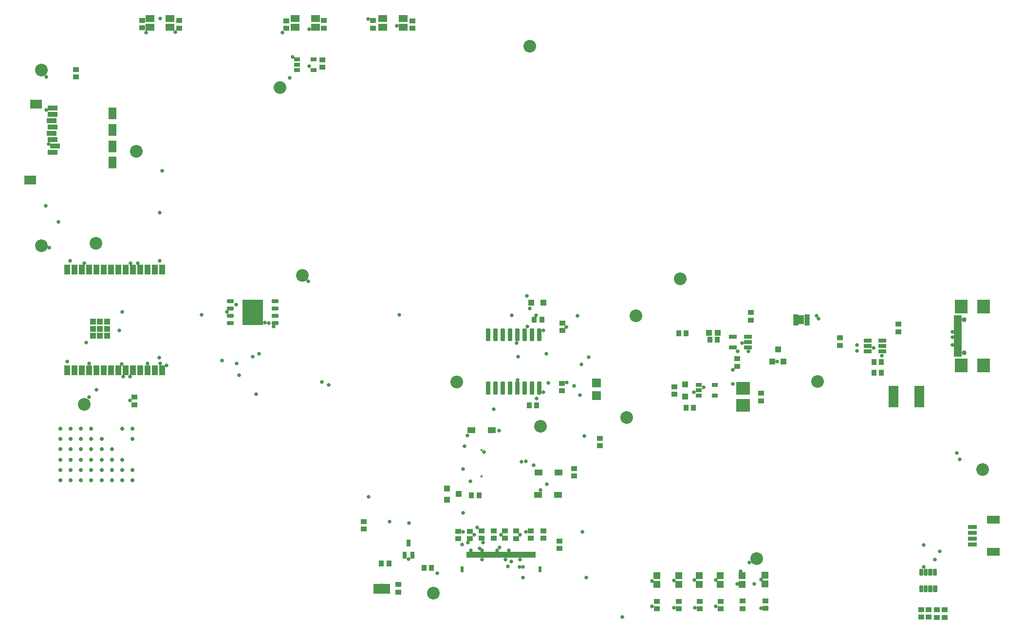
<source format=gbr>
G04 EAGLE Gerber RS-274X export*
G75*
%MOMM*%
%FSLAX34Y34*%
%LPD*%
%INSoldermask Top*%
%IPPOS*%
%AMOC8*
5,1,8,0,0,1.08239X$1,22.5*%
G01*
G04 Define Apertures*
%ADD10R,1.603200X1.253200*%
%ADD11R,1.103200X0.903200*%
%ADD12R,1.603200X1.603200*%
%ADD13R,0.903200X1.103200*%
%ADD14R,2.403200X2.203200*%
%ADD15R,1.003200X1.003200*%
%ADD16R,1.403200X0.803200*%
%ADD17R,1.143200X1.173200*%
%ADD18R,1.103200X1.003200*%
%ADD19R,1.353200X1.003200*%
%ADD20R,1.003200X1.103200*%
%ADD21R,1.103200X0.803200*%
%ADD22R,0.503200X1.003200*%
%ADD23R,0.603200X1.003200*%
%ADD24R,1.353200X0.503200*%
%ADD25R,2.203200X2.383200*%
%ADD26C,0.853200*%
%ADD27R,2.203200X1.403200*%
%ADD28R,1.553200X0.803200*%
%ADD29R,1.403200X2.003200*%
%ADD30R,2.103200X1.603200*%
%ADD31R,1.703200X0.903200*%
%ADD32R,0.330200X0.330200*%
%ADD33R,1.403200X0.753200*%
%ADD34R,1.703200X3.803200*%
%ADD35R,0.703200X1.253200*%
%ADD36C,0.330503*%
%ADD37R,0.152400X1.828800*%
%ADD38R,1.371600X1.803400*%
%ADD39C,2.203200*%
%ADD40C,0.315166*%
%ADD41R,3.603200X4.503200*%
%ADD42R,1.103200X1.703200*%
%ADD43C,0.349006*%
%ADD44C,0.269722*%
%ADD45R,1.103200X1.503200*%
%ADD46C,0.655600*%
%ADD47C,0.705600*%
D10*
X507800Y988988D03*
X472800Y988988D03*
X472800Y973988D03*
X507800Y973988D03*
D11*
X1574200Y-52700D03*
X1574200Y-39700D03*
X608100Y972500D03*
X608100Y985500D03*
D12*
X996800Y355300D03*
X996800Y333300D03*
D13*
X1139200Y441500D03*
X1152200Y441500D03*
X1152400Y311900D03*
X1165400Y311900D03*
D11*
X1282800Y323800D03*
X1282800Y336800D03*
X1561000Y-52700D03*
X1561000Y-39700D03*
X1265000Y464300D03*
X1265000Y477300D03*
D14*
X1251000Y315600D03*
X1251000Y345600D03*
D11*
X957900Y205900D03*
X957900Y192900D03*
D13*
X1479200Y391200D03*
X1492200Y391200D03*
D11*
X206900Y972600D03*
X206900Y985600D03*
D13*
X1478800Y372700D03*
X1491800Y372700D03*
D11*
X457200Y984822D03*
X457200Y971822D03*
X1002800Y258800D03*
X1002800Y245800D03*
X936800Y341300D03*
X936800Y354300D03*
X91600Y887100D03*
X91600Y900100D03*
D15*
X1207300Y442100D03*
X1192300Y442100D03*
D11*
X520000Y917300D03*
X520000Y904300D03*
D16*
X1468500Y429000D03*
X1468500Y419500D03*
X1468500Y410000D03*
X1493500Y410000D03*
X1493500Y419500D03*
X1493500Y429000D03*
D17*
X1174800Y4700D03*
X1174800Y19700D03*
X1139800Y4500D03*
X1139800Y19500D03*
X1101300Y4300D03*
X1101300Y19300D03*
D18*
X1150700Y331300D03*
X1150700Y352300D03*
D19*
X779300Y272600D03*
X814300Y272600D03*
X895700Y199100D03*
X930700Y199100D03*
X895000Y160400D03*
X930000Y160400D03*
D17*
X1249300Y4300D03*
X1249300Y19300D03*
D20*
X883200Y494700D03*
X904200Y494700D03*
D17*
X1289800Y5100D03*
X1289800Y20100D03*
X1211800Y4400D03*
X1211800Y19400D03*
D11*
X932200Y80100D03*
X932200Y67100D03*
X796800Y84700D03*
X796800Y97700D03*
X776600Y84000D03*
X776600Y97000D03*
X756400Y84000D03*
X756400Y97000D03*
X591800Y101000D03*
X591800Y114000D03*
X904200Y84800D03*
X904200Y97800D03*
X882300Y84500D03*
X882300Y97500D03*
X856800Y84200D03*
X856800Y97200D03*
X837500Y84500D03*
X837500Y97500D03*
X818000Y84600D03*
X818000Y97600D03*
D21*
X476200Y918300D03*
X476200Y908800D03*
X476200Y899300D03*
X504200Y899300D03*
X504200Y918300D03*
X1174500Y351900D03*
X1174500Y342400D03*
X1174500Y332900D03*
X1202500Y332900D03*
X1202500Y351900D03*
D22*
X888100Y55900D03*
X883100Y55900D03*
X878100Y55900D03*
X873100Y55900D03*
X868100Y55900D03*
X863100Y55900D03*
X858100Y55900D03*
X853100Y55900D03*
X848100Y55900D03*
X843100Y55900D03*
X838100Y55900D03*
X833100Y55900D03*
X828100Y55900D03*
X823100Y55900D03*
X818100Y55900D03*
X813100Y55900D03*
X808100Y55900D03*
X803100Y55900D03*
X798100Y55900D03*
X793100Y55900D03*
X788100Y55900D03*
X783100Y55900D03*
X778100Y55900D03*
X773100Y55900D03*
D23*
X898100Y30900D03*
X763100Y30900D03*
D24*
X1624890Y402900D03*
X1624890Y410900D03*
X1624890Y423900D03*
X1624890Y433900D03*
X1624890Y438900D03*
X1624890Y448900D03*
X1624890Y461900D03*
X1624890Y469900D03*
X1624890Y466900D03*
X1624890Y458900D03*
X1624890Y453900D03*
X1624890Y443900D03*
X1624890Y428900D03*
X1624890Y418900D03*
X1624890Y413900D03*
X1624890Y405900D03*
D25*
X1669940Y385300D03*
X1669940Y487500D03*
X1630640Y385300D03*
X1630640Y487500D03*
D26*
X1635640Y407500D03*
X1635640Y465300D03*
D27*
X1686500Y61200D03*
X1686500Y117200D03*
D28*
X1649750Y74200D03*
X1649750Y84200D03*
X1649750Y94200D03*
X1649750Y104200D03*
D29*
X154762Y738300D03*
X154762Y795300D03*
D30*
X12262Y708300D03*
X22262Y839800D03*
D31*
X50762Y756300D03*
X54762Y767300D03*
X50762Y778300D03*
X48762Y789300D03*
X50762Y800300D03*
X48762Y811300D03*
X50762Y822300D03*
X50762Y833300D03*
D29*
X154762Y766800D03*
X154762Y823800D03*
D32*
X797100Y238060D03*
X797100Y192340D03*
D33*
X1259601Y416700D03*
X1259601Y426200D03*
X1259601Y435700D03*
X1233599Y435700D03*
X1233599Y416700D03*
D34*
X1557600Y331500D03*
X1512600Y331500D03*
D20*
X1302500Y392500D03*
X1321500Y392500D03*
X1312000Y413500D03*
D18*
X736300Y171000D03*
X736300Y152000D03*
X757300Y161500D03*
D35*
X663300Y55300D03*
X676300Y55300D03*
X669800Y76300D03*
D11*
X193000Y317200D03*
X193000Y330200D03*
X1290700Y-37400D03*
X1290700Y-24400D03*
D13*
X1193900Y430000D03*
X1206900Y430000D03*
D11*
X1601700Y-52800D03*
X1601700Y-39800D03*
X936900Y446100D03*
X936900Y459100D03*
X1132100Y335500D03*
X1132100Y348500D03*
X651900Y-8800D03*
X651900Y4200D03*
D13*
X892300Y316000D03*
X879300Y316000D03*
D11*
X1521600Y444100D03*
X1521600Y457100D03*
X1419700Y433400D03*
X1419700Y420400D03*
X1241000Y384000D03*
X1241000Y397000D03*
X1588000Y-52800D03*
X1588000Y-39800D03*
D13*
X696900Y33300D03*
X709900Y33300D03*
X622500Y40800D03*
X635500Y40800D03*
D11*
X1212200Y-37800D03*
X1212200Y-24800D03*
X1176200Y-38100D03*
X1176200Y-25100D03*
X1139900Y-38100D03*
X1139900Y-25100D03*
X1101400Y-37900D03*
X1101400Y-24900D03*
X1250400Y-37700D03*
X1250400Y-24700D03*
D10*
X255100Y988988D03*
X220100Y988988D03*
X220100Y973988D03*
X255100Y973988D03*
D11*
X522600Y972400D03*
X522600Y985400D03*
D13*
X888500Y464600D03*
X901500Y464600D03*
D11*
X676100Y972200D03*
X676100Y985200D03*
D13*
X779300Y159500D03*
X792300Y159500D03*
D11*
X270500Y972400D03*
X270500Y985400D03*
D36*
X1562864Y30224D02*
X1562864Y21336D01*
X1559136Y21336D01*
X1559136Y30224D01*
X1562864Y30224D01*
X1562864Y24476D02*
X1559136Y24476D01*
X1559136Y27616D02*
X1562864Y27616D01*
X1570864Y30224D02*
X1570864Y21336D01*
X1567136Y21336D01*
X1567136Y30224D01*
X1570864Y30224D01*
X1570864Y24476D02*
X1567136Y24476D01*
X1567136Y27616D02*
X1570864Y27616D01*
X1578864Y30224D02*
X1578864Y21336D01*
X1575136Y21336D01*
X1575136Y30224D01*
X1578864Y30224D01*
X1578864Y24476D02*
X1575136Y24476D01*
X1575136Y27616D02*
X1578864Y27616D01*
X1586864Y30224D02*
X1586864Y21336D01*
X1583136Y21336D01*
X1583136Y30224D01*
X1586864Y30224D01*
X1586864Y24476D02*
X1583136Y24476D01*
X1583136Y27616D02*
X1586864Y27616D01*
X1587064Y1064D02*
X1587064Y-7824D01*
X1583336Y-7824D01*
X1583336Y1064D01*
X1587064Y1064D01*
X1587064Y-4684D02*
X1583336Y-4684D01*
X1583336Y-1544D02*
X1587064Y-1544D01*
X1578864Y1064D02*
X1578864Y-7824D01*
X1575136Y-7824D01*
X1575136Y1064D01*
X1578864Y1064D01*
X1578864Y-4684D02*
X1575136Y-4684D01*
X1575136Y-1544D02*
X1578864Y-1544D01*
X1570864Y1064D02*
X1570864Y-7824D01*
X1567136Y-7824D01*
X1567136Y1064D01*
X1570864Y1064D01*
X1570864Y-4684D02*
X1567136Y-4684D01*
X1567136Y-1544D02*
X1570864Y-1544D01*
X1562864Y1064D02*
X1562864Y-7824D01*
X1559136Y-7824D01*
X1559136Y1064D01*
X1562864Y1064D01*
X1562864Y-4684D02*
X1559136Y-4684D01*
X1559136Y-1544D02*
X1562864Y-1544D01*
D37*
X623200Y-3600D03*
D38*
X615580Y-3600D03*
X630820Y-3600D03*
D39*
X31400Y593600D03*
X1274700Y49600D03*
X106200Y318100D03*
X485200Y542100D03*
X880700Y941100D03*
X1142200Y536100D03*
X1064800Y471900D03*
X1667700Y204100D03*
X713210Y-10480D03*
X196400Y757900D03*
X1380600Y357400D03*
X446300Y868900D03*
X1049000Y294900D03*
X31700Y899400D03*
X899400Y279900D03*
X753600Y356400D03*
X126300Y597900D03*
D40*
X355910Y495410D02*
X364190Y495410D01*
X355910Y495410D02*
X355910Y498690D01*
X364190Y498690D01*
X364190Y495410D01*
X364190Y498404D02*
X355910Y498404D01*
X355910Y482710D02*
X364190Y482710D01*
X355910Y482710D02*
X355910Y485990D01*
X364190Y485990D01*
X364190Y482710D01*
X364190Y485704D02*
X355910Y485704D01*
X355910Y470010D02*
X364190Y470010D01*
X355910Y470010D02*
X355910Y473290D01*
X364190Y473290D01*
X364190Y470010D01*
X364190Y473004D02*
X355910Y473004D01*
X355910Y457310D02*
X364190Y457310D01*
X355910Y457310D02*
X355910Y460590D01*
X364190Y460590D01*
X364190Y457310D01*
X364190Y460304D02*
X355910Y460304D01*
X433810Y457310D02*
X442090Y457310D01*
X433810Y457310D02*
X433810Y460590D01*
X442090Y460590D01*
X442090Y457310D01*
X442090Y460304D02*
X433810Y460304D01*
X433810Y470010D02*
X442090Y470010D01*
X433810Y470010D02*
X433810Y473290D01*
X442090Y473290D01*
X442090Y470010D01*
X442090Y473004D02*
X433810Y473004D01*
X433810Y482710D02*
X442090Y482710D01*
X433810Y482710D02*
X433810Y485990D01*
X442090Y485990D01*
X442090Y482710D01*
X442090Y485704D02*
X433810Y485704D01*
X433810Y495410D02*
X442090Y495410D01*
X433810Y495410D02*
X433810Y498690D01*
X442090Y498690D01*
X442090Y495410D01*
X442090Y498404D02*
X433810Y498404D01*
D41*
X399000Y478000D03*
D42*
X76000Y376800D03*
X88700Y376800D03*
X101400Y376800D03*
X114100Y376800D03*
X126800Y376800D03*
X139500Y376800D03*
X152200Y376800D03*
X164900Y376800D03*
X177600Y376800D03*
X190300Y376800D03*
X203000Y376800D03*
X215700Y376800D03*
X228400Y376800D03*
X241100Y376800D03*
X241100Y551800D03*
X228400Y551800D03*
X215700Y551800D03*
X203000Y551800D03*
X190300Y551800D03*
X177600Y551800D03*
X164900Y551800D03*
X152200Y551800D03*
X139500Y551800D03*
X126800Y551800D03*
X114100Y551800D03*
X101400Y551800D03*
X88700Y551800D03*
X76000Y551800D03*
D15*
X133200Y449250D03*
X120700Y436750D03*
X120700Y449250D03*
X120700Y461750D03*
X133200Y436750D03*
X133200Y461750D03*
X145700Y436750D03*
X145700Y449250D03*
X145700Y461750D03*
D43*
X895029Y448471D02*
X895029Y429429D01*
X895029Y448471D02*
X899471Y448471D01*
X899471Y429429D01*
X895029Y429429D01*
X895029Y432744D02*
X899471Y432744D01*
X899471Y436059D02*
X895029Y436059D01*
X895029Y439374D02*
X899471Y439374D01*
X899471Y442689D02*
X895029Y442689D01*
X895029Y446004D02*
X899471Y446004D01*
X882329Y448471D02*
X882329Y429429D01*
X882329Y448471D02*
X886771Y448471D01*
X886771Y429429D01*
X882329Y429429D01*
X882329Y432744D02*
X886771Y432744D01*
X886771Y436059D02*
X882329Y436059D01*
X882329Y439374D02*
X886771Y439374D01*
X886771Y442689D02*
X882329Y442689D01*
X882329Y446004D02*
X886771Y446004D01*
X869629Y448471D02*
X869629Y429429D01*
X869629Y448471D02*
X874071Y448471D01*
X874071Y429429D01*
X869629Y429429D01*
X869629Y432744D02*
X874071Y432744D01*
X874071Y436059D02*
X869629Y436059D01*
X869629Y439374D02*
X874071Y439374D01*
X874071Y442689D02*
X869629Y442689D01*
X869629Y446004D02*
X874071Y446004D01*
X856929Y448471D02*
X856929Y429429D01*
X856929Y448471D02*
X861371Y448471D01*
X861371Y429429D01*
X856929Y429429D01*
X856929Y432744D02*
X861371Y432744D01*
X861371Y436059D02*
X856929Y436059D01*
X856929Y439374D02*
X861371Y439374D01*
X861371Y442689D02*
X856929Y442689D01*
X856929Y446004D02*
X861371Y446004D01*
X844229Y448471D02*
X844229Y429429D01*
X844229Y448471D02*
X848671Y448471D01*
X848671Y429429D01*
X844229Y429429D01*
X844229Y432744D02*
X848671Y432744D01*
X848671Y436059D02*
X844229Y436059D01*
X844229Y439374D02*
X848671Y439374D01*
X848671Y442689D02*
X844229Y442689D01*
X844229Y446004D02*
X848671Y446004D01*
X831529Y448471D02*
X831529Y429429D01*
X831529Y448471D02*
X835971Y448471D01*
X835971Y429429D01*
X831529Y429429D01*
X831529Y432744D02*
X835971Y432744D01*
X835971Y436059D02*
X831529Y436059D01*
X831529Y439374D02*
X835971Y439374D01*
X835971Y442689D02*
X831529Y442689D01*
X831529Y446004D02*
X835971Y446004D01*
X818829Y448471D02*
X818829Y429429D01*
X818829Y448471D02*
X823271Y448471D01*
X823271Y429429D01*
X818829Y429429D01*
X818829Y432744D02*
X823271Y432744D01*
X823271Y436059D02*
X818829Y436059D01*
X818829Y439374D02*
X823271Y439374D01*
X823271Y442689D02*
X818829Y442689D01*
X818829Y446004D02*
X823271Y446004D01*
X806129Y448471D02*
X806129Y429429D01*
X806129Y448471D02*
X810571Y448471D01*
X810571Y429429D01*
X806129Y429429D01*
X806129Y432744D02*
X810571Y432744D01*
X810571Y436059D02*
X806129Y436059D01*
X806129Y439374D02*
X810571Y439374D01*
X810571Y442689D02*
X806129Y442689D01*
X806129Y446004D02*
X810571Y446004D01*
X806129Y355371D02*
X806129Y336329D01*
X806129Y355371D02*
X810571Y355371D01*
X810571Y336329D01*
X806129Y336329D01*
X806129Y339644D02*
X810571Y339644D01*
X810571Y342959D02*
X806129Y342959D01*
X806129Y346274D02*
X810571Y346274D01*
X810571Y349589D02*
X806129Y349589D01*
X806129Y352904D02*
X810571Y352904D01*
X818829Y355371D02*
X818829Y336329D01*
X818829Y355371D02*
X823271Y355371D01*
X823271Y336329D01*
X818829Y336329D01*
X818829Y339644D02*
X823271Y339644D01*
X823271Y342959D02*
X818829Y342959D01*
X818829Y346274D02*
X823271Y346274D01*
X823271Y349589D02*
X818829Y349589D01*
X818829Y352904D02*
X823271Y352904D01*
X831529Y355371D02*
X831529Y336329D01*
X831529Y355371D02*
X835971Y355371D01*
X835971Y336329D01*
X831529Y336329D01*
X831529Y339644D02*
X835971Y339644D01*
X835971Y342959D02*
X831529Y342959D01*
X831529Y346274D02*
X835971Y346274D01*
X835971Y349589D02*
X831529Y349589D01*
X831529Y352904D02*
X835971Y352904D01*
X844229Y355371D02*
X844229Y336329D01*
X844229Y355371D02*
X848671Y355371D01*
X848671Y336329D01*
X844229Y336329D01*
X844229Y339644D02*
X848671Y339644D01*
X848671Y342959D02*
X844229Y342959D01*
X844229Y346274D02*
X848671Y346274D01*
X848671Y349589D02*
X844229Y349589D01*
X844229Y352904D02*
X848671Y352904D01*
X856929Y355371D02*
X856929Y336329D01*
X856929Y355371D02*
X861371Y355371D01*
X861371Y336329D01*
X856929Y336329D01*
X856929Y339644D02*
X861371Y339644D01*
X861371Y342959D02*
X856929Y342959D01*
X856929Y346274D02*
X861371Y346274D01*
X861371Y349589D02*
X856929Y349589D01*
X856929Y352904D02*
X861371Y352904D01*
X869629Y355371D02*
X869629Y336329D01*
X869629Y355371D02*
X874071Y355371D01*
X874071Y336329D01*
X869629Y336329D01*
X869629Y339644D02*
X874071Y339644D01*
X874071Y342959D02*
X869629Y342959D01*
X869629Y346274D02*
X874071Y346274D01*
X874071Y349589D02*
X869629Y349589D01*
X869629Y352904D02*
X874071Y352904D01*
X882329Y355371D02*
X882329Y336329D01*
X882329Y355371D02*
X886771Y355371D01*
X886771Y336329D01*
X882329Y336329D01*
X882329Y339644D02*
X886771Y339644D01*
X886771Y342959D02*
X882329Y342959D01*
X882329Y346274D02*
X886771Y346274D01*
X886771Y349589D02*
X882329Y349589D01*
X882329Y352904D02*
X886771Y352904D01*
X895029Y355371D02*
X895029Y336329D01*
X895029Y355371D02*
X899471Y355371D01*
X899471Y336329D01*
X895029Y336329D01*
X895029Y339644D02*
X899471Y339644D01*
X899471Y342959D02*
X895029Y342959D01*
X895029Y346274D02*
X899471Y346274D01*
X899471Y349589D02*
X895029Y349589D01*
X895029Y352904D02*
X899471Y352904D01*
D44*
X1339082Y471182D02*
X1346018Y471182D01*
X1339082Y471182D02*
X1339082Y473218D01*
X1346018Y473218D01*
X1346018Y471182D01*
X1346018Y466182D02*
X1339082Y466182D01*
X1339082Y468218D01*
X1346018Y468218D01*
X1346018Y466182D01*
X1346018Y461182D02*
X1339082Y461182D01*
X1339082Y463218D01*
X1346018Y463218D01*
X1346018Y461182D01*
X1346018Y456182D02*
X1339082Y456182D01*
X1339082Y458218D01*
X1346018Y458218D01*
X1346018Y456182D01*
X1358782Y456182D02*
X1365718Y456182D01*
X1358782Y456182D02*
X1358782Y458218D01*
X1365718Y458218D01*
X1365718Y456182D01*
X1365718Y461182D02*
X1358782Y461182D01*
X1358782Y463218D01*
X1365718Y463218D01*
X1365718Y461182D01*
X1365718Y466182D02*
X1358782Y466182D01*
X1358782Y468218D01*
X1365718Y468218D01*
X1365718Y466182D01*
X1365718Y471182D02*
X1358782Y471182D01*
X1358782Y473218D01*
X1365718Y473218D01*
X1365718Y471182D01*
D45*
X1352400Y464700D03*
D10*
X660100Y988988D03*
X625100Y988988D03*
X625100Y973988D03*
X660100Y973988D03*
D46*
X497215Y970885D03*
X497215Y906483D03*
X649565Y976425D03*
X463283Y885708D03*
X76175Y391955D03*
X109415Y425195D03*
X263843Y965345D03*
X1233343Y353175D03*
X1233343Y378105D03*
X1492338Y402343D03*
X1478488Y416193D03*
X1249963Y424503D03*
X1270738Y5540D03*
X1240960Y5540D03*
X1565743Y34625D03*
X1565743Y73405D03*
X945263Y355945D03*
X967423Y333785D03*
X859393Y360100D03*
X772830Y76868D03*
X763135Y74098D03*
X767290Y245145D03*
X799145Y77560D03*
X1166170Y338633D03*
X1449403Y421040D03*
X1615603Y421040D03*
X1615603Y434198D03*
X1615603Y443893D03*
X1449403Y410653D03*
X875320Y506218D03*
X409960Y405805D03*
X237528Y388493D03*
X398880Y400958D03*
X249300Y385030D03*
X1310210Y391955D03*
X1182790Y346943D03*
X419655Y459820D03*
X236143Y398880D03*
X38780Y663415D03*
X1167555Y-36010D03*
X1166863Y11773D03*
X828230Y68558D03*
X772138Y263843D03*
X844158Y63710D03*
X519375Y356638D03*
X39473Y830308D03*
X39473Y887785D03*
X1092765Y-33933D03*
X1092765Y10388D03*
X353868Y478518D03*
X171740Y478518D03*
X975040Y262458D03*
X369795Y490983D03*
X81023Y567850D03*
X1282510Y-37395D03*
X1282510Y12465D03*
X114263Y388493D03*
X60940Y635023D03*
X978503Y16620D03*
X869088Y16620D03*
X1130853Y-36010D03*
X1130853Y11080D03*
X823383Y63710D03*
X873935Y218830D03*
X426580Y459128D03*
X171048Y387800D03*
X43628Y770753D03*
X776985Y183513D03*
X530455Y351790D03*
X826845Y272153D03*
X887093Y211905D03*
X764520Y95565D03*
X777678Y63710D03*
X909945Y178665D03*
X899558Y168278D03*
X764520Y128805D03*
X869088Y34625D03*
X669648Y48475D03*
X862855Y34625D03*
X719508Y24238D03*
X670340Y110800D03*
X764520Y204980D03*
X866318Y217445D03*
X800530Y234758D03*
X1382923Y466745D03*
X1628068Y221600D03*
X1585133Y47783D03*
X186283Y563003D03*
X904405Y338633D03*
X982658Y399573D03*
X970193Y387108D03*
X1379460Y471593D03*
X1623220Y232680D03*
X1593443Y62325D03*
X198748Y563003D03*
X957728Y349713D03*
X849005Y472978D03*
X1041520Y-52630D03*
X370488Y388493D03*
X1241653Y409960D03*
X1261043Y409960D03*
X783910Y90718D03*
X789450Y103875D03*
X797760Y63710D03*
X863548Y90718D03*
X792913Y67173D03*
X830308Y90718D03*
X797760Y47783D03*
X873935Y95565D03*
X1247193Y27700D03*
X1262428Y42935D03*
X405113Y335170D03*
X842773Y36010D03*
X837925Y47783D03*
X600398Y156505D03*
X126728Y342788D03*
X114263Y330323D03*
X972270Y95565D03*
X495138Y531840D03*
X236835Y567850D03*
X848313Y44320D03*
X375335Y368410D03*
X863548Y47783D03*
X637100Y113570D03*
X1203565Y-33933D03*
X1203565Y11773D03*
X310240Y473670D03*
X216060Y389185D03*
X817843Y309548D03*
X653720Y473670D03*
X236835Y651643D03*
X599705Y988198D03*
X105953Y563003D03*
X45013Y590010D03*
X435583Y452895D03*
X858008Y424503D03*
X468130Y922410D03*
X166893Y446663D03*
X904405Y445970D03*
X876013Y452895D03*
X173818Y365640D03*
X860085Y400958D03*
X963268Y471593D03*
X943878Y452203D03*
X892633Y328245D03*
X912715Y355253D03*
X345558Y394033D03*
X909253Y405805D03*
X241683Y723663D03*
X450818Y964653D03*
X185590Y324090D03*
X185590Y365640D03*
X891940Y472978D03*
X880168Y484750D03*
X213290Y964653D03*
X237528Y988890D03*
D47*
X190000Y275500D03*
X172000Y275500D03*
X118000Y275500D03*
X100000Y275500D03*
X82000Y275500D03*
X64000Y275500D03*
X190000Y257500D03*
X136000Y257500D03*
X118000Y257500D03*
X100000Y257500D03*
X82000Y257500D03*
X64000Y257500D03*
X154000Y239500D03*
X136000Y239500D03*
X118000Y239500D03*
X100000Y239500D03*
X82000Y239500D03*
X64000Y239500D03*
X172000Y221500D03*
X154000Y221500D03*
X136000Y221500D03*
X118000Y221500D03*
X100000Y221500D03*
X82000Y221500D03*
X64000Y221500D03*
X190000Y203500D03*
X172000Y203500D03*
X154000Y203500D03*
X136000Y203500D03*
X118000Y203500D03*
X100000Y203500D03*
X82000Y203500D03*
X64000Y203500D03*
X64000Y185500D03*
X82000Y185500D03*
X100000Y185500D03*
X118000Y185500D03*
X136000Y185500D03*
X154000Y185500D03*
X172000Y185500D03*
X190000Y185500D03*
M02*

</source>
